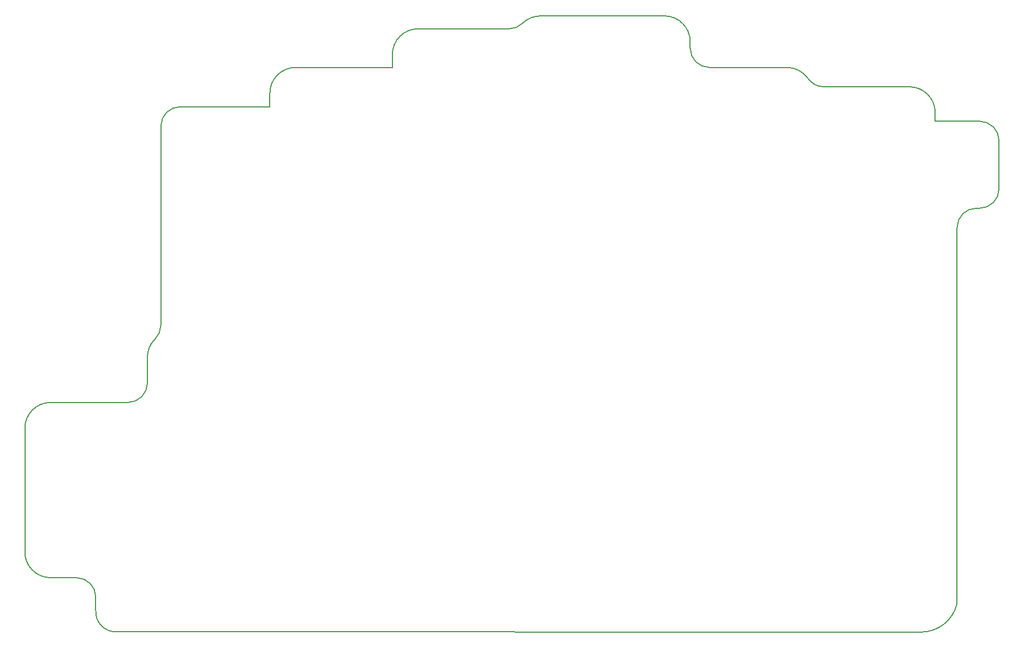
<source format=gbr>
%TF.GenerationSoftware,KiCad,Pcbnew,6.0.10-86aedd382b~118~ubuntu22.04.1*%
%TF.CreationDate,2023-01-31T18:23:29-07:00*%
%TF.ProjectId,scaarix_flow,73636161-7269-4785-9f66-6c6f772e6b69,v1.0.0*%
%TF.SameCoordinates,Original*%
%TF.FileFunction,Profile,NP*%
%FSLAX46Y46*%
G04 Gerber Fmt 4.6, Leading zero omitted, Abs format (unit mm)*
G04 Created by KiCad (PCBNEW 6.0.10-86aedd382b~118~ubuntu22.04.1) date 2023-01-31 18:23:29*
%MOMM*%
%LPD*%
G01*
G04 APERTURE LIST*
%TA.AperFunction,Profile*%
%ADD10C,0.150000*%
%TD*%
G04 APERTURE END LIST*
D10*
X174500000Y-43700000D02*
X159500000Y-43700000D01*
X131600000Y-131300000D02*
X256365070Y-131344501D01*
X268600000Y-62550000D02*
X268600000Y-55050000D01*
X265600000Y-52050000D02*
X258700000Y-52050000D01*
X216700000Y-35700000D02*
X197500000Y-35700000D01*
X220700000Y-40700000D02*
X220700000Y-39700000D01*
X220700000Y-40700000D02*
G75*
G03*
X223700000Y-43700000I3000000J0D01*
G01*
X121500000Y-122900000D02*
X125500000Y-122900000D01*
X197500000Y-35700000D02*
G75*
G03*
X194700583Y-36842857I0J-4000000D01*
G01*
X136500000Y-88700000D02*
X136500000Y-92700000D01*
X141600000Y-49800000D02*
G75*
G03*
X138600000Y-52800000I0J-3000000D01*
G01*
X256365071Y-131344470D02*
G75*
G03*
X262100000Y-126900000I128029J5757070D01*
G01*
X258700000Y-52050000D02*
X258700000Y-50700000D01*
X128499930Y-127899993D02*
G75*
G03*
X131600000Y-131300000I3100070J-286707D01*
G01*
X192601021Y-37700000D02*
X178500000Y-37700000D01*
X117499984Y-118820000D02*
G75*
G03*
X121500000Y-122900000I4000016J-79200D01*
G01*
X137700000Y-85843429D02*
G75*
G03*
X136500000Y-88700000I2800000J-2856571D01*
G01*
X159500000Y-43700000D02*
G75*
G03*
X155500000Y-47700000I0J-4000000D01*
G01*
X137700000Y-85843429D02*
G75*
G03*
X138600000Y-83701000I-2100000J2142429D01*
G01*
X138600000Y-52800000D02*
X138600000Y-83701000D01*
X117500000Y-99700000D02*
X117500000Y-118820000D01*
X265100000Y-65550000D02*
G75*
G03*
X262100000Y-68550000I0J-3000000D01*
G01*
X238982596Y-45414293D02*
G75*
G03*
X241444563Y-46700001I2462004J1714393D01*
G01*
X178500000Y-37700000D02*
G75*
G03*
X174500000Y-41700000I0J-4000000D01*
G01*
X220700000Y-39700000D02*
G75*
G03*
X216700000Y-35700000I-4000000J0D01*
G01*
X258700000Y-50700000D02*
G75*
G03*
X254700000Y-46700000I-4000000J0D01*
G01*
X128500000Y-127900000D02*
X128500000Y-125900000D01*
X262100000Y-126900000D02*
X262100000Y-68550000D01*
X268600000Y-55050000D02*
G75*
G03*
X265600000Y-52050000I-3000000J0D01*
G01*
X265600000Y-65550000D02*
G75*
G03*
X268600000Y-62550000I0J3000000D01*
G01*
X192601021Y-37699986D02*
G75*
G03*
X194700584Y-36842857I-21J3000086D01*
G01*
X128500000Y-125900000D02*
G75*
G03*
X125500000Y-122900000I-3000000J0D01*
G01*
X133500000Y-95700000D02*
G75*
G03*
X136500000Y-92700000I0J3000000D01*
G01*
X155500000Y-47700000D02*
X155500000Y-49800000D01*
X174500000Y-41700000D02*
X174500000Y-43700000D01*
X155500000Y-49800000D02*
X141600000Y-49800000D01*
X254700000Y-46700000D02*
X241444563Y-46700000D01*
X238982607Y-45414286D02*
G75*
G03*
X235700000Y-43700000I-3282607J-2285714D01*
G01*
X121500000Y-95700000D02*
G75*
G03*
X117500000Y-99700000I0J-4000000D01*
G01*
X265100000Y-65550000D02*
X265600000Y-65550000D01*
X133500000Y-95700000D02*
X121500000Y-95700000D01*
X235700000Y-43700000D02*
X223700000Y-43700000D01*
M02*

</source>
